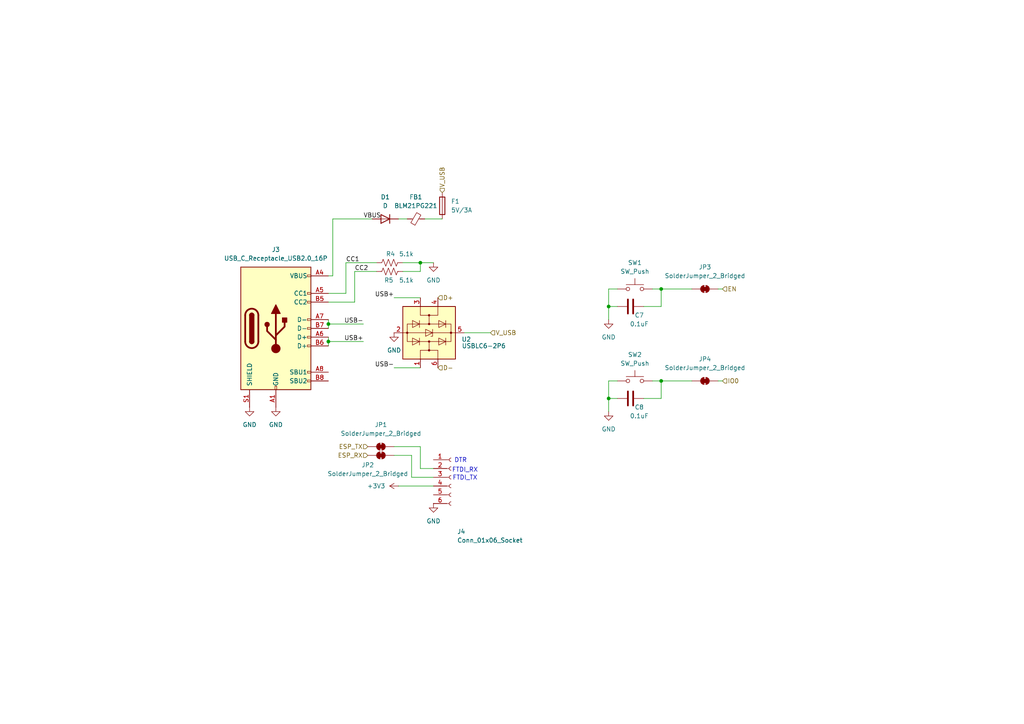
<source format=kicad_sch>
(kicad_sch (version 20231120) (generator "eeschema") (generator_version "8.0")
  (paper "A4")
  (lib_symbols
    (symbol "Connector:Conn_01x06_Socket" (pin_names (offset 1.016) hide)
      (property "Reference" "J" (at 0 7.62 0))
      (property "Value" "Conn_01x06_Socket" (at 0 -10.16 0))
      (symbol "Conn_01x06_Socket_1_1"
        (arc (start 0 -7.112) (mid -0.5058 -7.62) (end 0 -8.128) (stroke (width 0.1524)))
        (arc (start 0 -4.572) (mid -0.5058 -5.08) (end 0 -5.588) (stroke (width 0.1524)))
        (arc (start 0 -2.032) (mid -0.5058 -2.54) (end 0 -3.048) (stroke (width 0.1524)))
        (polyline (pts (xy -1.27 -7.62) (xy -0.508 -7.62)) (stroke (width 0.1524)))
        (polyline (pts (xy -1.27 -5.08) (xy -0.508 -5.08)) (stroke (width 0.1524)))
        (polyline (pts (xy -1.27 -2.54) (xy -0.508 -2.54)) (stroke (width 0.1524)))
        (polyline (pts (xy -1.27 0) (xy -0.508 0)) (stroke (width 0.1524)))
        (polyline (pts (xy -1.27 2.54) (xy -0.508 2.54)) (stroke (width 0.1524)))
        (polyline (pts (xy -1.27 5.08) (xy -0.508 5.08)) (stroke (width 0.1524)))
        (arc (start 0 0.508) (mid -0.5058 0) (end 0 -0.508) (stroke (width 0.1524)))
        (arc (start 0 3.048) (mid -0.5058 2.54) (end 0 2.032) (stroke (width 0.1524)))
        (arc (start 0 5.588) (mid -0.5058 5.08) (end 0 4.572) (stroke (width 0.1524)))
        (pin passive line (at -5.08 5.08 0) (length 3.81) (name "Pin_1") (number "1"))
        (pin passive line (at -5.08 2.54 0) (length 3.81) (name "Pin_2") (number "2"))
        (pin passive line (at -5.08 0 0) (length 3.81) (name "Pin_3") (number "3"))
        (pin passive line (at -5.08 -2.54 0) (length 3.81) (name "Pin_4") (number "4"))
        (pin passive line (at -5.08 -5.08 0) (length 3.81) (name "Pin_5") (number "5"))
        (pin passive line (at -5.08 -7.62 0) (length 3.81) (name "Pin_6") (number "6"))
      )
    )
    (symbol "Connector:USB_C_Receptacle_USB2.0_16P" (pin_names (offset 1.016))
      (property "Reference" "J" (at 0 22.225 0))
      (property "Value" "USB_C_Receptacle_USB2.0_16P" (at 0 19.685 0))
      (symbol "USB_C_Receptacle_USB2.0_16P_0_0"
        (rectangle (start -0.254 -17.78) (end 0.254 -16.764))
        (rectangle (start 10.16 -14.986) (end 9.144 -15.494))
        (rectangle (start 10.16 -12.446) (end 9.144 -12.954))
        (rectangle (start 10.16 -4.826) (end 9.144 -5.334))
        (rectangle (start 10.16 -2.286) (end 9.144 -2.794))
        (rectangle (start 10.16 0.254) (end 9.144 -0.254))
        (rectangle (start 10.16 2.794) (end 9.144 2.286))
        (rectangle (start 10.16 7.874) (end 9.144 7.366))
        (rectangle (start 10.16 10.414) (end 9.144 9.906))
        (rectangle (start 10.16 15.494) (end 9.144 14.986))
      )
      (symbol "USB_C_Receptacle_USB2.0_16P_0_1"
        (rectangle (start -10.16 17.78) (end 10.16 -17.78) (stroke (width 0.254)) (fill (type background)))
        (arc (start -8.89 -3.81) (mid -6.985 -5.7067) (end -5.08 -3.81) (stroke (width 0.508)))
        (arc (start -7.62 -3.81) (mid -6.985 -4.4423) (end -6.35 -3.81) (stroke (width 0.254)))
        (arc (start -7.62 -3.81) (mid -6.985 -4.4423) (end -6.35 -3.81) (stroke (width 0.254)) (fill (type outline)))
        (rectangle (start -7.62 -3.81) (end -6.35 3.81) (stroke (width 0.254)) (fill (type outline)))
        (arc (start -6.35 3.81) (mid -6.985 4.4423) (end -7.62 3.81) (stroke (width 0.254)))
        (arc (start -6.35 3.81) (mid -6.985 4.4423) (end -7.62 3.81) (stroke (width 0.254)) (fill (type outline)))
        (arc (start -5.08 3.81) (mid -6.985 5.7067) (end -8.89 3.81) (stroke (width 0.508)))
        (circle (center -2.54 1.143) (radius 0.635) (stroke (width 0.254)) (fill (type outline)))
        (circle (center 0 -5.842) (radius 1.27) (fill (type outline)))
        (polyline (pts (xy -8.89 -3.81) (xy -8.89 3.81)) (stroke (width 0.508)))
        (polyline (pts (xy -5.08 3.81) (xy -5.08 -3.81)) (stroke (width 0.508)))
        (polyline (pts (xy 0 -5.842) (xy 0 4.318)) (stroke (width 0.508)))
        (polyline (pts (xy 0 -3.302) (xy -2.54 -0.762) (xy -2.54 0.508)) (stroke (width 0.508)))
        (polyline (pts (xy 0 -2.032) (xy 2.54 0.508) (xy 2.54 1.778)) (stroke (width 0.508)))
        (polyline (pts (xy -1.27 4.318) (xy 0 6.858) (xy 1.27 4.318) (xy -1.27 4.318)) (stroke (width 0.254)) (fill (type outline)))
        (rectangle (start 1.905 1.778) (end 3.175 3.048) (stroke (width 0.254)) (fill (type outline)))
      )
      (symbol "USB_C_Receptacle_USB2.0_16P_1_1"
        (pin passive line (at 0 -22.86 90) (length 5.08) (name "GND") (number "A1"))
        (pin passive line (at 0 -22.86 90) (length 5.08) hide (name "GND") (number "A12"))
        (pin passive line (at 15.24 15.24 180) (length 5.08) (name "VBUS") (number "A4"))
        (pin bidirectional line (at 15.24 10.16 180) (length 5.08) (name "CC1") (number "A5"))
        (pin bidirectional line (at 15.24 -2.54 180) (length 5.08) (name "D+") (number "A6"))
        (pin bidirectional line (at 15.24 2.54 180) (length 5.08) (name "D-") (number "A7"))
        (pin bidirectional line (at 15.24 -12.7 180) (length 5.08) (name "SBU1") (number "A8"))
        (pin passive line (at 15.24 15.24 180) (length 5.08) hide (name "VBUS") (number "A9"))
        (pin passive line (at 0 -22.86 90) (length 5.08) hide (name "GND") (number "B1"))
        (pin passive line (at 0 -22.86 90) (length 5.08) hide (name "GND") (number "B12"))
        (pin passive line (at 15.24 15.24 180) (length 5.08) hide (name "VBUS") (number "B4"))
        (pin bidirectional line (at 15.24 7.62 180) (length 5.08) (name "CC2") (number "B5"))
        (pin bidirectional line (at 15.24 -5.08 180) (length 5.08) (name "D+") (number "B6"))
        (pin bidirectional line (at 15.24 0 180) (length 5.08) (name "D-") (number "B7"))
        (pin bidirectional line (at 15.24 -15.24 180) (length 5.08) (name "SBU2") (number "B8"))
        (pin passive line (at 15.24 15.24 180) (length 5.08) hide (name "VBUS") (number "B9"))
        (pin passive line (at -7.62 -22.86 90) (length 5.08) (name "SHIELD") (number "S1"))
      )
    )
    (symbol "Device:C" (pin_numbers hide) (pin_names (offset 0.254))
      (property "Reference" "C" (at 0.635 2.54 0))
      (property "Value" "C" (at 0.635 -2.54 0))
      (symbol "C_0_1"
        (polyline (pts (xy -2.032 -0.762) (xy 2.032 -0.762)) (stroke (width 0.508)))
        (polyline (pts (xy -2.032 0.762) (xy 2.032 0.762)) (stroke (width 0.508)))
      )
      (symbol "C_1_1"
        (pin passive line (at 0 3.81 270) (length 2.794) (name "~") (number "1"))
        (pin passive line (at 0 -3.81 90) (length 2.794) (name "~") (number "2"))
      )
    )
    (symbol "Device:D" (pin_numbers hide) (pin_names (offset 1.016) hide)
      (property "Reference" "D" (at 0 2.54 0))
      (property "Value" "D" (at 0 -2.54 0))
      (symbol "D_0_1"
        (polyline (pts (xy -1.27 1.27) (xy -1.27 -1.27)) (stroke (width 0.254)))
        (polyline (pts (xy 1.27 0) (xy -1.27 0)))
        (polyline (pts (xy 1.27 1.27) (xy 1.27 -1.27) (xy -1.27 0) (xy 1.27 1.27)) (stroke (width 0.254)))
      )
      (symbol "D_1_1"
        (pin passive line (at -3.81 0 0) (length 2.54) (name "K") (number "1"))
        (pin passive line (at 3.81 0 180) (length 2.54) (name "A") (number "2"))
      )
    )
    (symbol "Device:FerriteBead_Small" (pin_numbers hide) (pin_names (offset 0))
      (property "Reference" "FB" (at 1.905 1.27 0))
      (property "Value" "FerriteBead_Small" (at 1.905 -1.27 0))
      (symbol "FerriteBead_Small_0_1"
        (polyline (pts (xy 0 -1.27) (xy 0 -0.7874)))
        (polyline (pts (xy 0 0.889) (xy 0 1.2954)))
        (polyline (pts (xy -1.8288 0.2794) (xy -1.1176 1.4986) (xy 1.8288 -0.2032) (xy 1.1176 -1.4224) (xy -1.8288 0.2794)))
      )
      (symbol "FerriteBead_Small_1_1"
        (pin passive line (at 0 2.54 270) (length 1.27) (name "~") (number "1"))
        (pin passive line (at 0 -2.54 90) (length 1.27) (name "~") (number "2"))
      )
    )
    (symbol "Device:Fuse" (pin_numbers hide) (pin_names (offset 0))
      (property "Reference" "F" (at 2.032 0 90))
      (property "Value" "Fuse" (at -1.905 0 90))
      (symbol "Fuse_0_1"
        (rectangle (start -0.762 -2.54) (end 0.762 2.54) (stroke (width 0.254)))
        (polyline (pts (xy 0 2.54) (xy 0 -2.54)))
      )
      (symbol "Fuse_1_1"
        (pin passive line (at 0 3.81 270) (length 1.27) (name "~") (number "1"))
        (pin passive line (at 0 -3.81 90) (length 1.27) (name "~") (number "2"))
      )
    )
    (symbol "Device:R_US" (pin_numbers hide) (pin_names (offset 0))
      (property "Reference" "R" (at 2.54 0 90))
      (property "Value" "R_US" (at -2.54 0 90))
      (symbol "R_US_0_1"
        (polyline (pts (xy 0 -2.286) (xy 0 -2.54)))
        (polyline (pts (xy 0 2.286) (xy 0 2.54)))
        (polyline (pts (xy 0 -0.762) (xy 1.016 -1.143) (xy 0 -1.524) (xy -1.016 -1.905) (xy 0 -2.286)))
        (polyline (pts (xy 0 0.762) (xy 1.016 0.381) (xy 0 0) (xy -1.016 -0.381) (xy 0 -0.762)))
        (polyline (pts (xy 0 2.286) (xy 1.016 1.905) (xy 0 1.524) (xy -1.016 1.143) (xy 0 0.762)))
      )
      (symbol "R_US_1_1"
        (pin passive line (at 0 3.81 270) (length 1.27) (name "~") (number "1"))
        (pin passive line (at 0 -3.81 90) (length 1.27) (name "~") (number "2"))
      )
    )
    (symbol "Jumper:SolderJumper_2_Bridged" (pin_numbers hide) (pin_names (offset 0) hide) (exclude_from_sim yes) (in_bom no)
      (property "Reference" "JP" (at 0 2.032 0))
      (property "Value" "SolderJumper_2_Bridged" (at 0 -2.54 0))
      (symbol "SolderJumper_2_Bridged_0_1"
        (rectangle (start -0.508 0.508) (end 0.508 -0.508) (fill (type outline)))
        (arc (start -0.254 1.016) (mid -1.2656 0) (end -0.254 -1.016))
        (arc (start -0.254 1.016) (mid -1.2656 0) (end -0.254 -1.016) (fill (type outline)))
        (polyline (pts (xy -0.254 1.016) (xy -0.254 -1.016)))
        (polyline (pts (xy 0.254 1.016) (xy 0.254 -1.016)))
        (arc (start 0.254 -1.016) (mid 1.2656 0) (end 0.254 1.016))
        (arc (start 0.254 -1.016) (mid 1.2656 0) (end 0.254 1.016) (fill (type outline)))
      )
      (symbol "SolderJumper_2_Bridged_1_1"
        (pin passive line (at -3.81 0 0) (length 2.54) (name "A") (number "1"))
        (pin passive line (at 3.81 0 180) (length 2.54) (name "B") (number "2"))
      )
    )
    (symbol "Power_Protection:USBLC6-2P6" (pin_names hide)
      (property "Reference" "U" (at 2.54 8.89 0))
      (property "Value" "USBLC6-2P6" (at 2.54 -8.89 0))
      (symbol "USBLC6-2P6_0_1"
        (rectangle (start -7.62 -7.62) (end 7.62 7.62) (stroke (width 0.254)) (fill (type background)))
        (circle (center -5.08 0) (radius 0.254) (fill (type outline)))
        (circle (center -2.54 0) (radius 0.254) (fill (type outline)))
        (rectangle (start -2.54 6.35) (end 2.54 -6.35))
        (circle (center 0 -6.35) (radius 0.254) (fill (type outline)))
        (polyline (pts (xy -5.08 -2.54) (xy -7.62 -2.54)))
        (polyline (pts (xy -5.08 0) (xy -5.08 -2.54)))
        (polyline (pts (xy -5.08 2.54) (xy -7.62 2.54)))
        (polyline (pts (xy -1.524 -2.794) (xy -3.556 -2.794)))
        (polyline (pts (xy -1.524 4.826) (xy -3.556 4.826)))
        (polyline (pts (xy 0 -7.62) (xy 0 -6.35)))
        (polyline (pts (xy 0 -6.35) (xy 0 1.27)))
        (polyline (pts (xy 0 1.27) (xy 0 6.35)))
        (polyline (pts (xy 0 6.35) (xy 0 7.62)))
        (polyline (pts (xy 1.524 -2.794) (xy 3.556 -2.794)))
        (polyline (pts (xy 1.524 4.826) (xy 3.556 4.826)))
        (polyline (pts (xy 5.08 -2.54) (xy 7.62 -2.54)))
        (polyline (pts (xy 5.08 0) (xy 5.08 -2.54)))
        (polyline (pts (xy 5.08 2.54) (xy 7.62 2.54)))
        (polyline (pts (xy -2.54 0) (xy -5.08 0) (xy -5.08 2.54)))
        (polyline (pts (xy 2.54 0) (xy 5.08 0) (xy 5.08 2.54)))
        (polyline (pts (xy -3.556 -4.826) (xy -1.524 -4.826) (xy -2.54 -2.794) (xy -3.556 -4.826)))
        (polyline (pts (xy -3.556 2.794) (xy -1.524 2.794) (xy -2.54 4.826) (xy -3.556 2.794)))
        (polyline (pts (xy -1.016 -1.016) (xy 1.016 -1.016) (xy 0 1.016) (xy -1.016 -1.016)))
        (polyline (pts (xy 1.016 1.016) (xy 0.762 1.016) (xy -1.016 1.016) (xy -1.016 0.508)))
        (polyline (pts (xy 3.556 -4.826) (xy 1.524 -4.826) (xy 2.54 -2.794) (xy 3.556 -4.826)))
        (polyline (pts (xy 3.556 2.794) (xy 1.524 2.794) (xy 2.54 4.826) (xy 3.556 2.794)))
        (circle (center 0 6.35) (radius 0.254) (fill (type outline)))
        (circle (center 2.54 0) (radius 0.254) (fill (type outline)))
        (circle (center 5.08 0) (radius 0.254) (fill (type outline)))
      )
      (symbol "USBLC6-2P6_1_1"
        (pin passive line (at -10.16 -2.54 0) (length 2.54) (name "I/O1") (number "1"))
        (pin passive line (at 0 -10.16 90) (length 2.54) (name "GND") (number "2"))
        (pin passive line (at 10.16 -2.54 180) (length 2.54) (name "I/O2") (number "3"))
        (pin passive line (at 10.16 2.54 180) (length 2.54) (name "I/O2") (number "4"))
        (pin passive line (at 0 10.16 270) (length 2.54) (name "VBUS") (number "5"))
        (pin passive line (at -10.16 2.54 0) (length 2.54) (name "I/O1") (number "6"))
      )
    )
    (symbol "Switch:SW_Push" (pin_numbers hide) (pin_names (offset 1.016) hide)
      (property "Reference" "SW" (at 1.27 2.54 0))
      (property "Value" "SW_Push" (at 0 -1.524 0))
      (symbol "SW_Push_0_1"
        (circle (center -2.032 0) (radius 0.508))
        (polyline (pts (xy 0 1.27) (xy 0 3.048)))
        (polyline (pts (xy 2.54 1.27) (xy -2.54 1.27)))
        (circle (center 2.032 0) (radius 0.508))
        (pin passive line (at -5.08 0 0) (length 2.54) (name "1") (number "1"))
        (pin passive line (at 5.08 0 180) (length 2.54) (name "2") (number "2"))
      )
    )
    (symbol "power:+3V3" (power) (pin_numbers hide) (pin_names (offset 0) hide)
      (property "Value" "+3V3" (at 0 3.556 0))
      (symbol "+3V3_0_1"
        (polyline (pts (xy -0.762 1.27) (xy 0 2.54)))
        (polyline (pts (xy 0 0) (xy 0 2.54)))
        (polyline (pts (xy 0 2.54) (xy 0.762 1.27)))
      )
      (symbol "+3V3_1_1"
        (pin power_in line (at 0 0 90) (length 0) (name "~") (number "1"))
      )
    )
    (symbol "power:GND" (power) (pin_numbers hide) (pin_names (offset 0) hide)
      (property "Value" "GND" (at 0 -3.81 0))
      (symbol "GND_0_1"
        (polyline (pts (xy 0 0) (xy 0 -1.27) (xy 1.27 -1.27) (xy 0 -2.54) (xy -1.27 -1.27) (xy 0 -1.27)))
      )
      (symbol "GND_1_1"
        (pin power_in line (at 0 0 270) (length 0) (name "~") (number "1"))
      )
    )
  )
  (junction (at 95.25 93.98))
  (junction (at 95.25 99.06))
  (junction (at 176.53 115.57))
  (junction (at 176.53 88.9))
  (junction (at 121.92 76.2))
  (junction (at 191.77 110.49))
  (junction (at 191.77 83.82))
  (wire (pts (xy 208.28 83.82) (xy 209.55 83.82)))
  (wire (pts (xy 176.53 88.9) (xy 176.53 92.71)))
  (wire (pts (xy 96.52 80.01) (xy 96.52 63.5)))
  (wire (pts (xy 176.53 110.49) (xy 179.07 110.49)))
  (wire (pts (xy 121.92 76.2) (xy 121.92 78.74)))
  (wire (pts (xy 189.23 110.49) (xy 191.77 110.49)))
  (wire (pts (xy 95.25 92.71) (xy 95.25 93.98)))
  (wire (pts (xy 119.38 132.08) (xy 119.38 138.43)))
  (wire (pts (xy 186.69 115.57) (xy 191.77 115.57)))
  (wire (pts (xy 176.53 83.82) (xy 179.07 83.82)))
  (wire (pts (xy 186.69 88.9) (xy 191.77 88.9)))
  (wire (pts (xy 176.53 110.49) (xy 176.53 115.57)))
  (wire (pts (xy 121.92 76.2) (xy 125.73 76.2)))
  (wire (pts (xy 134.62 96.52) (xy 142.24 96.52)))
  (wire (pts (xy 109.22 78.74) (xy 102.87 78.74)))
  (wire (pts (xy 118.11 63.5) (xy 115.57 63.5)))
  (wire (pts (xy 125.73 135.89) (xy 121.92 135.89)))
  (wire (pts (xy 176.53 88.9) (xy 179.07 88.9)))
  (wire (pts (xy 95.25 85.09) (xy 100.33 85.09)))
  (wire (pts (xy 191.77 83.82) (xy 200.66 83.82)))
  (wire (pts (xy 95.25 99.06) (xy 95.25 100.33)))
  (wire (pts (xy 128.27 63.5) (xy 123.19 63.5)))
  (wire (pts (xy 119.38 138.43) (xy 125.73 138.43)))
  (wire (pts (xy 208.28 110.49) (xy 209.55 110.49)))
  (wire (pts (xy 176.53 115.57) (xy 176.53 119.38)))
  (wire (pts (xy 189.23 83.82) (xy 191.77 83.82)))
  (wire (pts (xy 176.53 83.82) (xy 176.53 88.9)))
  (wire (pts (xy 116.84 76.2) (xy 121.92 76.2)))
  (wire (pts (xy 114.3 106.68) (xy 121.92 106.68)))
  (wire (pts (xy 114.3 86.36) (xy 121.92 86.36)))
  (wire (pts (xy 191.77 83.82) (xy 191.77 88.9)))
  (wire (pts (xy 95.25 93.98) (xy 95.25 95.25)))
  (wire (pts (xy 125.73 140.97) (xy 115.57 140.97)))
  (wire (pts (xy 102.87 78.74) (xy 102.87 87.63)))
  (wire (pts (xy 95.25 93.98) (xy 105.41 93.98)))
  (wire (pts (xy 100.33 85.09) (xy 100.33 76.2)))
  (wire (pts (xy 121.92 135.89) (xy 121.92 129.54)))
  (wire (pts (xy 191.77 110.49) (xy 200.66 110.49)))
  (wire (pts (xy 114.3 132.08) (xy 119.38 132.08)))
  (wire (pts (xy 116.84 78.74) (xy 121.92 78.74)))
  (wire (pts (xy 95.25 97.79) (xy 95.25 99.06)))
  (wire (pts (xy 191.77 110.49) (xy 191.77 115.57)))
  (wire (pts (xy 95.25 80.01) (xy 96.52 80.01)))
  (wire (pts (xy 176.53 115.57) (xy 179.07 115.57)))
  (wire (pts (xy 95.25 99.06) (xy 105.41 99.06)))
  (wire (pts (xy 100.33 76.2) (xy 109.22 76.2)))
  (wire (pts (xy 114.3 129.54) (xy 121.92 129.54)))
  (wire (pts (xy 102.87 87.63) (xy 95.25 87.63)))
  (wire (pts (xy 96.52 63.5) (xy 107.95 63.5)))
  (text "DTR" (at 133.604 133.604 0) (effects (font (size 1.27 1.27))))
  (text "FTDI_RX" (at 134.874 136.398 0) (effects (font (size 1.27 1.27))))
  (text "FTDI_TX" (at 134.874 138.684 0) (effects (font (size 1.27 1.27))))
  (label "CC1" (at 100.33 76.2 0))
  (label "VBUS" (at 105.41 63.5 0))
  (label "USB-" (at 114.3 106.68 180))
  (label "USB+" (at 105.41 99.06 180))
  (label "USB-" (at 105.41 93.98 180))
  (label "USB+" (at 114.3 86.36 180))
  (label "CC2" (at 102.87 78.74 0))
  (hierarchical_label "IO0" (shape input) (at 209.55 110.49 0))
  (hierarchical_label "D+" (shape input) (at 127 86.36 0))
  (hierarchical_label "ESP_TX" (shape input) (at 106.68 129.54 180))
  (hierarchical_label "V_USB" (shape input) (at 128.27 55.88 90))
  (hierarchical_label "V_USB" (shape input) (at 142.24 96.52 0))
  (hierarchical_label "ESP_RX" (shape input) (at 106.68 132.08 180))
  (hierarchical_label "EN" (shape input) (at 209.55 83.82 0))
  (hierarchical_label "D-" (shape input) (at 127 106.68 0))
  (symbol (lib_id "Device:C") (at 182.88 115.57 90) (unit 1)
    (property "Reference" "C8" (at 185.42 118.11 90))
    (property "Value" "0.1uF" (at 185.42 120.65 90))
    (property "Footprint" "Capacitor_SMD:C_0603_1608Metric" (effects (hide yes)))
    (property "Description" "Unpolarized capacitor" (effects (hide yes)))
  )
  (symbol (lib_id "power:+3V3") (at 115.57 140.97 90) (unit 1)
    (property "Reference" "#PWR017" (effects (hide yes)))
    (property "Value" "+3V3" (at 111.76 140.9699 90) (effects (justify left)))
    (property "Description" "Power symbol creates a global label with name \"+3V3\"" (effects (hide yes)))
  )
  (symbol (lib_id "Device:R_US") (at 113.03 76.2 90) (unit 1)
    (property "Reference" "R4" (at 113.284 73.66 90))
    (property "Value" "5.1k" (at 117.856 73.66 90))
    (property "Footprint" "Resistor_SMD:R_0603_1608Metric" (effects (hide yes)))
    (property "Description" "Resistor, US symbol" (effects (hide yes)))
  )
  (symbol (lib_id "Device:C") (at 182.88 88.9 90) (unit 1)
    (property "Reference" "C7" (at 185.42 91.44 90))
    (property "Value" "0.1uF" (at 185.42 93.98 90))
    (property "Footprint" "Capacitor_SMD:C_0603_1608Metric" (effects (hide yes)))
    (property "Description" "Unpolarized capacitor" (effects (hide yes)))
  )
  (symbol (lib_id "Device:R_US") (at 113.03 78.74 90) (unit 1)
    (property "Reference" "R5" (at 112.776 81.28 90))
    (property "Value" "5.1k" (at 117.856 81.28 90))
    (property "Footprint" "Resistor_SMD:R_0603_1608Metric" (effects (hide yes)))
    (property "Description" "Resistor, US symbol" (effects (hide yes)))
  )
  (symbol (lib_id "power:GND") (at 72.39 118.11 0) (unit 1)
    (property "Reference" "#PWR014" (effects (hide yes)))
    (property "Value" "GND" (at 72.39 123.19 0))
    (property "Description" "Power symbol creates a global label with name \"GND\" , ground" (effects (hide yes)))
  )
  (symbol (lib_id "Jumper:SolderJumper_2_Bridged") (at 204.47 110.49 0) (unit 1) (exclude_from_sim yes) (in_bom no)
    (property "Reference" "JP4" (at 204.47 104.14 0))
    (property "Value" "SolderJumper_2_Bridged" (at 204.47 106.68 0))
    (property "Footprint" "Jumper:SolderJumper-2_P1.3mm_Bridged_Pad1.0x1.5mm" (effects (hide yes)))
    (property "Description" "Solder Jumper, 2-pole, closed/bridged" (effects (hide yes)))
  )
  (symbol (lib_id "Jumper:SolderJumper_2_Bridged") (at 110.49 132.08 180) (unit 1) (exclude_from_sim yes) (in_bom no)
    (property "Reference" "JP2" (at 106.68 134.874 0))
    (property "Value" "SolderJumper_2_Bridged" (at 106.68 137.414 0))
    (property "Footprint" "Jumper:SolderJumper-2_P1.3mm_Bridged_Pad1.0x1.5mm" (effects (hide yes)))
    (property "Description" "Solder Jumper, 2-pole, closed/bridged" (effects (hide yes)))
  )
  (symbol (lib_id "Switch:SW_Push") (at 184.15 110.49 0) (unit 1)
    (property "Reference" "SW2" (at 184.15 102.87 0))
    (property "Value" "SW_Push" (at 184.15 105.41 0))
    (property "Footprint" "Button_Switch_SMD:SW_SPST_EVPBF" (effects (hide yes)))
    (property "Description" "Push button switch, generic, two pins" (effects (hide yes)))
  )
  (symbol (lib_id "Connector:Conn_01x06_Socket") (at 130.81 138.43 0) (unit 1)
    (property "Reference" "J4" (at 132.588 154.178 0) (effects (justify left)))
    (property "Value" "Conn_01x06_Socket" (at 132.588 156.718 0) (effects (justify left)))
    (property "Footprint" "Connector_PinHeader_2.54mm:PinHeader_1x06_P2.54mm_Vertical" (effects (hide yes)))
    (property "Description" "Generic connector, single row, 01x06, script generated" (effects (hide yes)))
  )
  (symbol (lib_id "power:GND") (at 176.53 119.38 0) (mirror y) (unit 1)
    (property "Reference" "#PWR021" (effects (hide yes)))
    (property "Value" "GND" (at 176.53 124.46 0))
    (property "Description" "Power symbol creates a global label with name \"GND\" , ground" (effects (hide yes)))
  )
  (symbol (lib_id "power:GND") (at 125.73 146.05 0) (unit 1)
    (property "Reference" "#PWR019" (effects (hide yes)))
    (property "Value" "GND" (at 125.73 151.13 0))
    (property "Description" "Power symbol creates a global label with name \"GND\" , ground" (effects (hide yes)))
  )
  (symbol (lib_id "Jumper:SolderJumper_2_Bridged") (at 204.47 83.82 0) (unit 1) (exclude_from_sim yes) (in_bom no)
    (property "Reference" "JP3" (at 204.47 77.47 0))
    (property "Value" "SolderJumper_2_Bridged" (at 204.47 80.01 0))
    (property "Footprint" "Jumper:SolderJumper-2_P1.3mm_Bridged_Pad1.0x1.5mm" (effects (hide yes)))
    (property "Description" "Solder Jumper, 2-pole, closed/bridged" (effects (hide yes)))
  )
  (symbol (lib_id "Connector:USB_C_Receptacle_USB2.0_16P") (at 80.01 95.25 0) (unit 1)
    (property "Reference" "J3" (at 80.01 72.39 0))
    (property "Value" "USB_C_Receptacle_USB2.0_16P" (at 80.01 74.93 0))
    (property "Footprint" "Connector_USB:USB_C_Receptacle_HRO_TYPE-C-31-M-12" (effects (hide yes)))
    (property "Datasheet" "https://www.usb.org/sites/default/files/documents/usb_type-c.zip" (effects (hide yes)))
    (property "Description" "USB 2.0-only 16P Type-C Receptacle connector" (effects (hide yes)))
  )
  (symbol (lib_id "Device:Fuse") (at 128.27 59.69 0) (unit 1)
    (property "Reference" "F1" (at 130.81 58.4199 0) (effects (justify left)))
    (property "Value" "5V/3A" (at 130.81 60.9599 0) (effects (justify left)))
    (property "Footprint" "Fuse:Fuse_0603_1608Metric" (effects (hide yes)))
    (property "Description" "Fuse" (effects (hide yes)))
  )
  (symbol (lib_id "Power_Protection:USBLC6-2P6") (at 124.46 96.52 270) (mirror x) (unit 1)
    (property "Reference" "U2" (at 135.255 98.425 90))
    (property "Value" "USBLC6-2P6" (at 140.335 100.33 90))
    (property "Footprint" "Package_TO_SOT_SMD:SOT-666" (effects (hide yes)))
    (property "Datasheet" "https://www.st.com/resource/en/datasheet/usblc6-2.pdf" (effects (hide yes)))
  )
  (symbol (lib_id "power:GND") (at 176.53 92.71 0) (mirror y) (unit 1)
    (property "Reference" "#PWR020" (effects (hide yes)))
    (property "Value" "GND" (at 176.53 97.79 0))
    (property "Description" "Power symbol creates a global label with name \"GND\" , ground" (effects (hide yes)))
  )
  (symbol (lib_id "Jumper:SolderJumper_2_Bridged") (at 110.49 129.54 0) (unit 1) (exclude_from_sim yes) (in_bom no)
    (property "Reference" "JP1" (at 110.49 123.19 0))
    (property "Value" "SolderJumper_2_Bridged" (at 110.49 125.73 0))
    (property "Footprint" "Jumper:SolderJumper-2_P1.3mm_Bridged_Pad1.0x1.5mm" (effects (hide yes)))
    (property "Description" "Solder Jumper, 2-pole, closed/bridged" (effects (hide yes)))
  )
  (symbol (lib_id "power:GND") (at 114.3 96.52 0) (unit 1)
    (property "Reference" "#PWR016" (effects (hide yes)))
    (property "Value" "GND" (at 114.3 101.6 0))
    (property "Description" "Power symbol creates a global label with name \"GND\" , ground" (effects (hide yes)))
  )
  (symbol (lib_id "Switch:SW_Push") (at 184.15 83.82 0) (unit 1)
    (property "Reference" "SW1" (at 184.15 76.2 0))
    (property "Value" "SW_Push" (at 184.15 78.74 0))
    (property "Footprint" "Button_Switch_SMD:SW_SPST_EVPBF" (effects (hide yes)))
    (property "Description" "Push button switch, generic, two pins" (effects (hide yes)))
  )
  (symbol (lib_id "Device:FerriteBead_Small") (at 120.65 63.5 90) (unit 1)
    (property "Reference" "FB1" (at 120.6119 57.15 90))
    (property "Value" "BLM21PG221" (at 120.6119 59.69 90))
    (property "Footprint" "Inductor_SMD:L_0603_1608Metric_Pad1.05x0.95mm_HandSolder" (effects (hide yes)))
  )
  (symbol (lib_id "power:GND") (at 80.01 118.11 0) (unit 1)
    (property "Reference" "#PWR015" (effects (hide yes)))
    (property "Value" "GND" (at 80.01 123.19 0))
    (property "Description" "Power symbol creates a global label with name \"GND\" , ground" (effects (hide yes)))
  )
  (symbol (lib_id "Device:D") (at 111.76 63.5 180) (unit 1)
    (property "Reference" "D1" (at 111.76 57.15 0))
    (property "Value" "D" (at 111.76 59.69 0))
    (property "Footprint" "Diode_SMD:D_0603_1608Metric" (effects (hide yes)))
    (property "Description" "Diode" (effects (hide yes)))
    (property "Sim.Device" "D" (effects (hide yes)))
    (property "Sim.Pins" "1=K 2=A" (effects (hide yes)))
  )
  (symbol (lib_id "power:GND") (at 125.73 76.2 0) (unit 1)
    (property "Reference" "#PWR018" (effects (hide yes)))
    (property "Value" "GND" (at 125.73 81.28 0))
    (property "Description" "Power symbol creates a global label with name \"GND\" , ground" (effects (hide yes)))
  )
)
</source>
